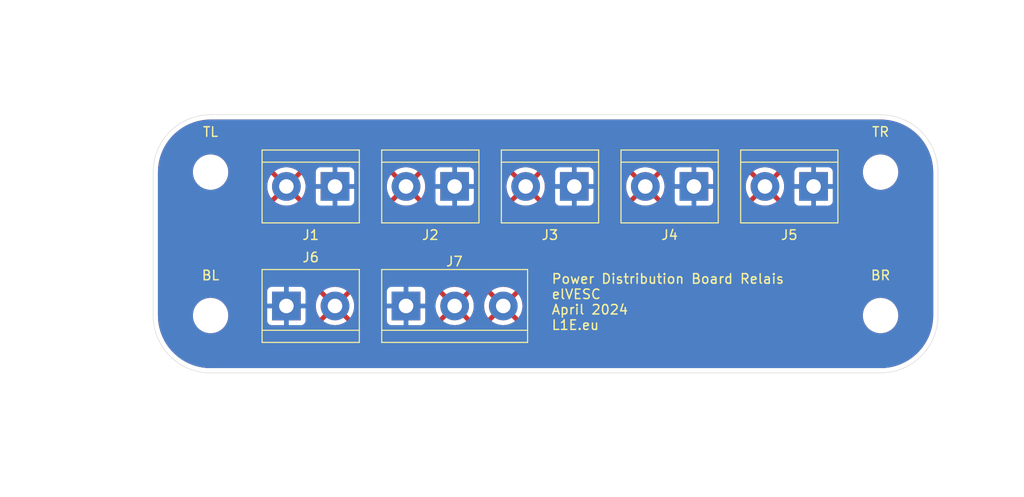
<source format=kicad_pcb>
(kicad_pcb (version 20240108) (generator "pcbnew") (generator_version "8.0")
  (layers (0 "F.Cu" signal) (31 "B.Cu" signal) (34 "B.Paste" user) (35 "F.Paste" user) (36 "B.SilkS" user "B.Silkscreen") (37 "F.SilkS" user "F.Silkscreen") (38 "B.Mask" user) (39 "F.Mask" user) (44 "Edge.Cuts" user))
  (net 0 "")
  (net 1 "GND")
  (net 2 "+12V")
  (footprint "TerminalBlock:TerminalBlock_bornier-3_P5.08mm" (layer "F.Cu") (at 147.42 50)
    (property "Reference" "J7" (at 5.05 -4.65 0) (layer "F.SilkS"))
    (property "Value" "Bremse und Ruecklicht")
    (fp_line (start -2.54 -3.81) (end 12.7 -3.81) (stroke (width 0.12)) (layer "F.SilkS"))
    (fp_line (start -2.54 2.54) (end 12.7 2.54) (stroke (width 0.12)) (layer "F.SilkS"))
    (fp_line (start -2.54 3.81) (end -2.54 -3.81) (stroke (width 0.12)) (layer "F.SilkS"))
    (fp_line (start -2.54 3.81) (end 12.7 3.81) (stroke (width 0.12)) (layer "F.SilkS"))
    (fp_line (start 12.7 3.81) (end 12.7 -3.81) (stroke (width 0.12)) (layer "F.SilkS"))
    (pad "1" thru_hole rect (at 0 0) (size 3 3) (drill 1.52) (layers "*.Cu" "*.Mask") (net 1 "GND"))
    (pad "2" thru_hole circle (at 5.08 0) (size 3 3) (drill 1.52) (layers "*.Cu" "*.Mask") (net 2 "+12V"))
    (pad "3" thru_hole circle (at 10.16 0) (size 3 3) (drill 1.52) (layers "*.Cu" "*.Mask") (net 2 "+12V"))
  )
  (footprint "TerminalBlock:TerminalBlock_bornier-2_P5.08mm" (layer "F.Cu") (at 134.92 50)
    (property "Reference" "J6" (at 2.54 -5.08 0) (layer "F.SilkS"))
    (property "Value" "Ersatz")
    (fp_line (start -2.54 -3.81) (end -2.54 3.81) (stroke (width 0.12)) (layer "F.SilkS"))
    (fp_line (start -2.54 3.81) (end 7.62 3.81) (stroke (width 0.12)) (layer "F.SilkS"))
    (fp_line (start 7.62 -3.81) (end -2.54 -3.81) (stroke (width 0.12)) (layer "F.SilkS"))
    (fp_line (start 7.62 2.54) (end -2.54 2.54) (stroke (width 0.12)) (layer "F.SilkS"))
    (fp_line (start 7.62 3.81) (end 7.62 -3.81) (stroke (width 0.12)) (layer "F.SilkS"))
    (pad "1" thru_hole rect (at 0 0) (size 3 3) (drill 1.52) (layers "*.Cu" "*.Mask") (net 1 "GND"))
    (pad "2" thru_hole circle (at 5.08 0) (size 3 3) (drill 1.52) (layers "*.Cu" "*.Mask") (net 2 "+12V"))
  )
  (footprint "TerminalBlock:TerminalBlock_bornier-2_P5.08mm" (layer "F.Cu") (at 152.5 37.5 180)
    (property "Reference" "J2" (at 2.54 -5.08 180) (layer "F.SilkS"))
    (property "Value" "Bremse")
    (fp_line (start 7.62 3.81) (end 7.62 -3.81) (stroke (width 0.12)) (layer "F.SilkS"))
    (fp_line (start 7.62 2.54) (end -2.54 2.54) (stroke (width 0.12)) (layer "F.SilkS"))
    (fp_line (start 7.62 -3.81) (end -2.54 -3.81) (stroke (width 0.12)) (layer "F.SilkS"))
    (fp_line (start -2.54 3.81) (end 7.62 3.81) (stroke (width 0.12)) (layer "F.SilkS"))
    (fp_line (start -2.54 -3.81) (end -2.54 3.81) (stroke (width 0.12)) (layer "F.SilkS"))
    (pad "1" thru_hole rect (at 0 0 180) (size 3 3) (drill 1.52) (layers "*.Cu" "*.Mask") (net 1 "GND"))
    (pad "2" thru_hole circle (at 5.08 0 180) (size 3 3) (drill 1.52) (layers "*.Cu" "*.Mask") (net 2 "+12V"))
  )
  (footprint "TerminalBlock:TerminalBlock_bornier-2_P5.08mm" (layer "F.Cu") (at 140 37.5 180)
    (property "Reference" "J1" (at 2.54 -5.08 180) (layer "F.SilkS"))
    (property "Value" "Input")
    (fp_line (start 7.62 3.81) (end 7.62 -3.81) (stroke (width 0.12)) (layer "F.SilkS"))
    (fp_line (start 7.62 2.54) (end -2.54 2.54) (stroke (width 0.12)) (layer "F.SilkS"))
    (fp_line (start 7.62 -3.81) (end -2.54 -3.81) (stroke (width 0.12)) (layer "F.SilkS"))
    (fp_line (start -2.54 3.81) (end 7.62 3.81) (stroke (width 0.12)) (layer "F.SilkS"))
    (fp_line (start -2.54 -3.81) (end -2.54 3.81) (stroke (width 0.12)) (layer "F.SilkS"))
    (pad "1" thru_hole rect (at 0 0 180) (size 3 3) (drill 1.52) (layers "*.Cu" "*.Mask") (net 1 "GND"))
    (pad "2" thru_hole circle (at 5.08 0 180) (size 3 3) (drill 1.52) (layers "*.Cu" "*.Mask") (net 2 "+12V"))
  )
  (footprint "TerminalBlock:TerminalBlock_bornier-2_P5.08mm" (layer "F.Cu") (at 165 37.5 180)
    (property "Reference" "J3" (at 2.54 -5.08 180) (layer "F.SilkS"))
    (property "Value" "Ruecklicht")
    (fp_line (start 7.62 3.81) (end 7.62 -3.81) (stroke (width 0.12)) (layer "F.SilkS"))
    (fp_line (start 7.62 2.54) (end -2.54 2.54) (stroke (width 0.12)) (layer "F.SilkS"))
    (fp_line (start 7.62 -3.81) (end -2.54 -3.81) (stroke (width 0.12)) (layer "F.SilkS"))
    (fp_line (start -2.54 3.81) (end 7.62 3.81) (stroke (width 0.12)) (layer "F.SilkS"))
    (fp_line (start -2.54 -3.81) (end -2.54 3.81) (stroke (width 0.12)) (layer "F.SilkS"))
    (pad "1" thru_hole rect (at 0 0 180) (size 3 3) (drill 1.52) (layers "*.Cu" "*.Mask") (net 1 "GND"))
    (pad "2" thru_hole circle (at 5.08 0 180) (size 3 3) (drill 1.52) (layers "*.Cu" "*.Mask") (net 2 "+12V"))
  )
  (footprint "TerminalBlock:TerminalBlock_bornier-2_P5.08mm" (layer "F.Cu") (at 177.5 37.5 180)
    (property "Reference" "J4" (at 2.54 -5.08 180) (layer "F.SilkS"))
    (property "Value" "Vorderlicht")
    (fp_line (start 7.62 3.81) (end 7.62 -3.81) (stroke (width 0.12)) (layer "F.SilkS"))
    (fp_line (start 7.62 2.54) (end -2.54 2.54) (stroke (width 0.12)) (layer "F.SilkS"))
    (fp_line (start 7.62 -3.81) (end -2.54 -3.81) (stroke (width 0.12)) (layer "F.SilkS"))
    (fp_line (start -2.54 3.81) (end 7.62 3.81) (stroke (width 0.12)) (layer "F.SilkS"))
    (fp_line (start -2.54 -3.81) (end -2.54 3.81) (stroke (width 0.12)) (layer "F.SilkS"))
    (pad "1" thru_hole rect (at 0 0 180) (size 3 3) (drill 1.52) (layers "*.Cu" "*.Mask") (net 1 "GND"))
    (pad "2" thru_hole circle (at 5.08 0 180) (size 3 3) (drill 1.52) (layers "*.Cu" "*.Mask") (net 2 "+12V"))
  )
  (footprint "MountingHole:MountingHole_3.2mm_M3" (layer "F.Cu") (at 127 51)
    (property "Reference" "BL" (at 0 -4.2 0) (layer "F.SilkS"))
    (property "Value" "MountingHole_3.2mm_M3")
    (pad "" np_thru_hole circle (at 0 0) (size 3.2 3.2) (drill 3.2) (layers "*.Cu" "*.Mask"))
  )
  (footprint "MountingHole:MountingHole_3.2mm_M3" (layer "F.Cu") (at 197 51)
    (property "Reference" "BR" (at 0 -4.2 0) (layer "F.SilkS"))
    (property "Value" "MountingHole_3.2mm_M3")
    (pad "" np_thru_hole circle (at 0 0) (size 3.2 3.2) (drill 3.2) (layers "*.Cu" "*.Mask"))
  )
  (footprint "TerminalBlock:TerminalBlock_bornier-2_P5.08mm" (layer "F.Cu") (at 190 37.5 180)
    (property "Reference" "J5" (at 2.54 -5.08 180) (layer "F.SilkS"))
    (property "Value" "Hupe")
    (fp_line (start 7.62 3.81) (end 7.62 -3.81) (stroke (width 0.12)) (layer "F.SilkS"))
    (fp_line (start 7.62 2.54) (end -2.54 2.54) (stroke (width 0.12)) (layer "F.SilkS"))
    (fp_line (start 7.62 -3.81) (end -2.54 -3.81) (stroke (width 0.12)) (layer "F.SilkS"))
    (fp_line (start -2.54 3.81) (end 7.62 3.81) (stroke (width 0.12)) (layer "F.SilkS"))
    (fp_line (start -2.54 -3.81) (end -2.54 3.81) (stroke (width 0.12)) (layer "F.SilkS"))
    (pad "1" thru_hole rect (at 0 0 180) (size 3 3) (drill 1.52) (layers "*.Cu" "*.Mask") (net 1 "GND"))
    (pad "2" thru_hole circle (at 5.08 0 180) (size 3 3) (drill 1.52) (layers "*.Cu" "*.Mask") (net 2 "+12V"))
  )
  (footprint "MountingHole:MountingHole_3.2mm_M3" (layer "F.Cu") (at 197 36)
    (property "Reference" "TR" (at 0 -4.2 0) (layer "F.SilkS"))
    (property "Value" "MountingHole_3.2mm_M3")
    (pad "" np_thru_hole circle (at 0 0) (size 3.2 3.2) (drill 3.2) (layers "*.Cu" "*.Mask"))
  )
  (footprint "MountingHole:MountingHole_3.2mm_M3" (layer "F.Cu") (at 127 36)
    (property "Reference" "TL" (at 0 -4.2 0) (layer "F.SilkS"))
    (property "Value" "MountingHole_3.2mm_M3")
    (pad "" np_thru_hole circle (at 0 0) (size 3.2 3.2) (drill 3.2) (layers "*.Cu" "*.Mask"))
  )
  (gr_arc (start 127 57) (mid 122.757359 55.242641) (end 121 51) (stroke (width 0.05)) (layer "Edge.Cuts"))
  (gr_arc (start 203 51) (mid 201.242641 55.242641) (end 197 57) (stroke (width 0.05)) (layer "Edge.Cuts"))
  (gr_line (start 127 57) (end 197 57) (stroke (width 0.05)) (layer "Edge.Cuts"))
  (gr_line (start 121 51) (end 121 36) (stroke (width 0.05)) (layer "Edge.Cuts"))
  (gr_line (start 203 36) (end 203 51) (stroke (width 0.05)) (layer "Edge.Cuts"))
  (gr_arc (start 197 30) (mid 201.242641 31.757359) (end 203 36) (stroke (width 0.05)) (layer "Edge.Cuts"))
  (gr_line (start 197 30) (end 127 30) (stroke (width 0.05)) (layer "Edge.Cuts"))
  (gr_arc (start 121 36) (mid 122.757359 31.757359) (end 127 30) (stroke (width 0.05)) (layer "Edge.Cuts"))
  (gr_text "Power Distribution Board Relais\nelVESC\nApril 2024\nL1E.eu" (at 162.56 52.578 0) (layer "F.SilkS") (effects (font (size 1 1)) (justify left bottom)))
  (zone (net 2) (net_name "+12V") (layer "F.Cu") (connect_pads (clearance 0.75)) (min_thickness 0.25) (fill yes (thermal_gap 0.5) (thermal_bridge_width 0.5))
    (polygon (pts (xy 116 21) (xy 210 23) (xy 208 66) (xy 116 66)))
  )
  (zone (net 1) (net_name "GND") (layer "B.Cu") (priority 1) (connect_pads (clearance 0.5)) (min_thickness 0.25) (fill yes (thermal_gap 0.5) (thermal_bridge_width 0.5))
    (polygon (pts (xy 189 19) (xy 212 19) (xy 211 70) (xy 105 68) (xy 110 18)))
  )
)
</source>
